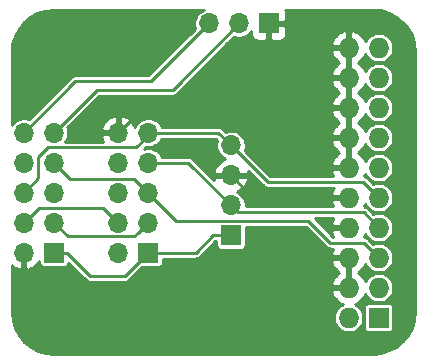
<source format=gbr>
G04 #@! TF.GenerationSoftware,KiCad,Pcbnew,5.1.5-52549c5~84~ubuntu18.04.1*
G04 #@! TF.CreationDate,2020-02-29T23:35:11+08:00*
G04 #@! TF.ProjectId,adapter_20p,61646170-7465-4725-9f32-30702e6b6963,rev?*
G04 #@! TF.SameCoordinates,Original*
G04 #@! TF.FileFunction,Copper,L1,Top*
G04 #@! TF.FilePolarity,Positive*
%FSLAX46Y46*%
G04 Gerber Fmt 4.6, Leading zero omitted, Abs format (unit mm)*
G04 Created by KiCad (PCBNEW 5.1.5-52549c5~84~ubuntu18.04.1) date 2020-02-29 23:35:11*
%MOMM*%
%LPD*%
G04 APERTURE LIST*
%ADD10O,1.700000X1.700000*%
%ADD11R,1.700000X1.700000*%
%ADD12O,1.727200X1.727200*%
%ADD13R,1.727200X1.727200*%
%ADD14C,0.800000*%
%ADD15C,0.250000*%
%ADD16C,0.254000*%
G04 APERTURE END LIST*
D10*
X131460000Y-62840000D03*
X134000000Y-62840000D03*
X131460000Y-65380000D03*
X134000000Y-65380000D03*
X131460000Y-67920000D03*
X134000000Y-67920000D03*
X131460000Y-70460000D03*
X134000000Y-70460000D03*
X131460000Y-73000000D03*
D11*
X134000000Y-73000000D03*
D10*
X149000000Y-63920000D03*
X149000000Y-66460000D03*
X149000000Y-69000000D03*
D11*
X149000000Y-71540000D03*
D10*
X139460000Y-62840000D03*
X142000000Y-62840000D03*
X139460000Y-65380000D03*
X142000000Y-65380000D03*
X139460000Y-67920000D03*
X142000000Y-67920000D03*
X139460000Y-70460000D03*
X142000000Y-70460000D03*
X139460000Y-73000000D03*
D11*
X142000000Y-73000000D03*
D10*
X147120000Y-53600000D03*
X149660000Y-53600000D03*
D11*
X152200000Y-53600000D03*
D12*
X158960000Y-55640000D03*
X161500000Y-55640000D03*
X158960000Y-58180000D03*
X161500000Y-58180000D03*
X158960000Y-60720000D03*
X161500000Y-60720000D03*
X158960000Y-63260000D03*
X161500000Y-63260000D03*
X158960000Y-65800000D03*
X161500000Y-65800000D03*
X158960000Y-68340000D03*
X161500000Y-68340000D03*
X158960000Y-70880000D03*
X161500000Y-70880000D03*
X158960000Y-73420000D03*
X161500000Y-73420000D03*
X158960000Y-75960000D03*
X161500000Y-75960000D03*
X158960000Y-78500000D03*
D13*
X161500000Y-78500000D03*
D14*
X133000000Y-60000000D03*
D15*
X131460000Y-62840000D02*
X135800000Y-58500000D01*
X142220000Y-58500000D02*
X147120000Y-53600000D01*
X135800000Y-58500000D02*
X142220000Y-58500000D01*
X134000000Y-62840000D02*
X137640000Y-59200000D01*
X144060000Y-59200000D02*
X149660000Y-53600000D01*
X137640000Y-59200000D02*
X144060000Y-59200000D01*
X141150001Y-67070001D02*
X142000000Y-67920000D01*
X140824999Y-66744999D02*
X141150001Y-67070001D01*
X135364999Y-66744999D02*
X140824999Y-66744999D01*
X134000000Y-65380000D02*
X135364999Y-66744999D01*
X142000000Y-67920000D02*
X144380000Y-70300000D01*
X144380000Y-70300000D02*
X155550000Y-70300000D01*
X155550000Y-70300000D02*
X157400000Y-72150000D01*
X160230000Y-72150000D02*
X161500000Y-73420000D01*
X157400000Y-72150000D02*
X160230000Y-72150000D01*
X142000000Y-63100000D02*
X142000000Y-62840000D01*
X141000000Y-64100000D02*
X142000000Y-63100000D01*
X133540998Y-64100000D02*
X141000000Y-64100000D01*
X132700000Y-64940998D02*
X133540998Y-64100000D01*
X131460000Y-67920000D02*
X132700000Y-66680000D01*
X132700000Y-66680000D02*
X132700000Y-64940998D01*
X147920000Y-62840000D02*
X149000000Y-63920000D01*
X142000000Y-62840000D02*
X147920000Y-62840000D01*
X149000000Y-63920000D02*
X152130000Y-67050000D01*
X160210000Y-67050000D02*
X161500000Y-68340000D01*
X152130000Y-67050000D02*
X160210000Y-67050000D01*
X145380000Y-65380000D02*
X149000000Y-69000000D01*
X142000000Y-65380000D02*
X145380000Y-65380000D01*
X149600000Y-69600000D02*
X149000000Y-69000000D01*
X161500000Y-70880000D02*
X160220000Y-69600000D01*
X160220000Y-69600000D02*
X149600000Y-69600000D01*
X131460000Y-70460000D02*
X132720000Y-69200000D01*
X138200000Y-69200000D02*
X139460000Y-70460000D01*
X132720000Y-69200000D02*
X138200000Y-69200000D01*
X141150001Y-71309999D02*
X142000000Y-70460000D01*
X140824999Y-71635001D02*
X141150001Y-71309999D01*
X135175001Y-71635001D02*
X140824999Y-71635001D01*
X134000000Y-70460000D02*
X135175001Y-71635001D01*
X158960000Y-75960000D02*
X158960000Y-73420000D01*
X158960000Y-63260000D02*
X158960000Y-65800000D01*
X150880000Y-68340000D02*
X158960000Y-68340000D01*
X149000000Y-66460000D02*
X150880000Y-68340000D01*
X141580000Y-60720000D02*
X158960000Y-60720000D01*
X139460000Y-62840000D02*
X141580000Y-60720000D01*
X133217919Y-75960000D02*
X157738686Y-75960000D01*
X131460000Y-74202081D02*
X133217919Y-75960000D01*
X157738686Y-75960000D02*
X158960000Y-75960000D01*
X131460000Y-73000000D02*
X131460000Y-74202081D01*
X135100000Y-73000000D02*
X137100000Y-75000000D01*
X134000000Y-73000000D02*
X135100000Y-73000000D01*
X137100000Y-75000000D02*
X140000000Y-75000000D01*
X140000000Y-75000000D02*
X142000000Y-73000000D01*
X142000000Y-73000000D02*
X146000000Y-73000000D01*
X147460000Y-71540000D02*
X149000000Y-71540000D01*
X146000000Y-73000000D02*
X147460000Y-71540000D01*
D16*
G36*
X161692819Y-52500998D02*
G01*
X162359257Y-52702208D01*
X162973911Y-53029026D01*
X163513384Y-53469009D01*
X163957123Y-54005398D01*
X164288225Y-54617760D01*
X164494079Y-55282768D01*
X164568982Y-55995414D01*
X164569000Y-56000634D01*
X164569001Y-77978911D01*
X164499002Y-78692819D01*
X164297793Y-79359255D01*
X163970975Y-79973911D01*
X163530989Y-80513386D01*
X162994602Y-80957123D01*
X162382245Y-81288223D01*
X161717232Y-81494079D01*
X161004586Y-81568982D01*
X160999367Y-81569000D01*
X134021079Y-81569000D01*
X133307181Y-81499002D01*
X132640745Y-81297793D01*
X132026089Y-80970975D01*
X131486614Y-80530989D01*
X131042877Y-79994602D01*
X130711777Y-79382245D01*
X130505921Y-78717232D01*
X130431018Y-78004586D01*
X130431000Y-77999367D01*
X130431000Y-74062093D01*
X130578645Y-74195178D01*
X130828748Y-74344157D01*
X131103109Y-74441481D01*
X131333000Y-74320814D01*
X131333000Y-73127000D01*
X131313000Y-73127000D01*
X131313000Y-72873000D01*
X131333000Y-72873000D01*
X131333000Y-72853000D01*
X131587000Y-72853000D01*
X131587000Y-72873000D01*
X131607000Y-72873000D01*
X131607000Y-73127000D01*
X131587000Y-73127000D01*
X131587000Y-74320814D01*
X131816891Y-74441481D01*
X132091252Y-74344157D01*
X132341355Y-74195178D01*
X132557588Y-74000269D01*
X132731641Y-73766920D01*
X132767157Y-73692355D01*
X132767157Y-73850000D01*
X132774513Y-73924689D01*
X132796299Y-73996508D01*
X132831678Y-74062696D01*
X132879289Y-74120711D01*
X132937304Y-74168322D01*
X133003492Y-74203701D01*
X133075311Y-74225487D01*
X133150000Y-74232843D01*
X134850000Y-74232843D01*
X134924689Y-74225487D01*
X134996508Y-74203701D01*
X135062696Y-74168322D01*
X135120711Y-74120711D01*
X135168322Y-74062696D01*
X135203701Y-73996508D01*
X135225487Y-73924689D01*
X135232843Y-73850000D01*
X135232843Y-73848434D01*
X136724628Y-75340220D01*
X136740473Y-75359527D01*
X136817521Y-75422759D01*
X136905425Y-75469745D01*
X137000806Y-75498678D01*
X137010694Y-75499652D01*
X137075146Y-75506000D01*
X137075153Y-75506000D01*
X137099999Y-75508447D01*
X137124845Y-75506000D01*
X139975154Y-75506000D01*
X140000000Y-75508447D01*
X140024846Y-75506000D01*
X140024854Y-75506000D01*
X140099193Y-75498678D01*
X140194575Y-75469745D01*
X140282479Y-75422759D01*
X140359527Y-75359527D01*
X140375376Y-75340215D01*
X141482749Y-74232843D01*
X142850000Y-74232843D01*
X142924689Y-74225487D01*
X142996508Y-74203701D01*
X143062696Y-74168322D01*
X143120711Y-74120711D01*
X143168322Y-74062696D01*
X143203701Y-73996508D01*
X143225487Y-73924689D01*
X143232843Y-73850000D01*
X143232843Y-73779026D01*
X157505042Y-73779026D01*
X157550778Y-73929814D01*
X157677316Y-74194944D01*
X157853146Y-74430293D01*
X158071512Y-74626817D01*
X158177770Y-74690000D01*
X158071512Y-74753183D01*
X157853146Y-74949707D01*
X157677316Y-75185056D01*
X157550778Y-75450186D01*
X157505042Y-75600974D01*
X157626183Y-75833000D01*
X158833000Y-75833000D01*
X158833000Y-73547000D01*
X157626183Y-73547000D01*
X157505042Y-73779026D01*
X143232843Y-73779026D01*
X143232843Y-73506000D01*
X145975154Y-73506000D01*
X146000000Y-73508447D01*
X146024846Y-73506000D01*
X146024854Y-73506000D01*
X146099193Y-73498678D01*
X146194575Y-73469745D01*
X146282479Y-73422759D01*
X146359527Y-73359527D01*
X146375376Y-73340215D01*
X147669592Y-72046000D01*
X147767157Y-72046000D01*
X147767157Y-72390000D01*
X147774513Y-72464689D01*
X147796299Y-72536508D01*
X147831678Y-72602696D01*
X147879289Y-72660711D01*
X147937304Y-72708322D01*
X148003492Y-72743701D01*
X148075311Y-72765487D01*
X148150000Y-72772843D01*
X149850000Y-72772843D01*
X149924689Y-72765487D01*
X149996508Y-72743701D01*
X150062696Y-72708322D01*
X150120711Y-72660711D01*
X150168322Y-72602696D01*
X150203701Y-72536508D01*
X150225487Y-72464689D01*
X150232843Y-72390000D01*
X150232843Y-70806000D01*
X155340409Y-70806000D01*
X157024628Y-72490220D01*
X157040473Y-72509527D01*
X157117521Y-72572759D01*
X157173529Y-72602696D01*
X157205425Y-72619745D01*
X157300806Y-72648678D01*
X157310694Y-72649652D01*
X157375146Y-72656000D01*
X157375153Y-72656000D01*
X157399999Y-72658447D01*
X157424845Y-72656000D01*
X157672093Y-72656000D01*
X157550778Y-72910186D01*
X157505042Y-73060974D01*
X157626183Y-73293000D01*
X158833000Y-73293000D01*
X158833000Y-73273000D01*
X159087000Y-73273000D01*
X159087000Y-73293000D01*
X159107000Y-73293000D01*
X159107000Y-73547000D01*
X159087000Y-73547000D01*
X159087000Y-75833000D01*
X159107000Y-75833000D01*
X159107000Y-76087000D01*
X159087000Y-76087000D01*
X159087000Y-76107000D01*
X158833000Y-76107000D01*
X158833000Y-76087000D01*
X157626183Y-76087000D01*
X157505042Y-76319026D01*
X157550778Y-76469814D01*
X157677316Y-76734944D01*
X157853146Y-76970293D01*
X158071512Y-77166817D01*
X158324022Y-77316964D01*
X158453336Y-77362722D01*
X158370461Y-77397050D01*
X158166614Y-77533256D01*
X157993256Y-77706614D01*
X157857050Y-77910461D01*
X157763229Y-78136964D01*
X157715400Y-78377418D01*
X157715400Y-78622582D01*
X157763229Y-78863036D01*
X157857050Y-79089539D01*
X157993256Y-79293386D01*
X158166614Y-79466744D01*
X158370461Y-79602950D01*
X158596964Y-79696771D01*
X158837418Y-79744600D01*
X159082582Y-79744600D01*
X159323036Y-79696771D01*
X159549539Y-79602950D01*
X159753386Y-79466744D01*
X159926744Y-79293386D01*
X160062950Y-79089539D01*
X160156771Y-78863036D01*
X160204600Y-78622582D01*
X160204600Y-78377418D01*
X160156771Y-78136964D01*
X160062950Y-77910461D01*
X159926744Y-77706614D01*
X159856530Y-77636400D01*
X160253557Y-77636400D01*
X160253557Y-79363600D01*
X160260913Y-79438289D01*
X160282699Y-79510108D01*
X160318078Y-79576296D01*
X160365689Y-79634311D01*
X160423704Y-79681922D01*
X160489892Y-79717301D01*
X160561711Y-79739087D01*
X160636400Y-79746443D01*
X162363600Y-79746443D01*
X162438289Y-79739087D01*
X162510108Y-79717301D01*
X162576296Y-79681922D01*
X162634311Y-79634311D01*
X162681922Y-79576296D01*
X162717301Y-79510108D01*
X162739087Y-79438289D01*
X162746443Y-79363600D01*
X162746443Y-77636400D01*
X162739087Y-77561711D01*
X162717301Y-77489892D01*
X162681922Y-77423704D01*
X162634311Y-77365689D01*
X162576296Y-77318078D01*
X162510108Y-77282699D01*
X162438289Y-77260913D01*
X162363600Y-77253557D01*
X160636400Y-77253557D01*
X160561711Y-77260913D01*
X160489892Y-77282699D01*
X160423704Y-77318078D01*
X160365689Y-77365689D01*
X160318078Y-77423704D01*
X160282699Y-77489892D01*
X160260913Y-77561711D01*
X160253557Y-77636400D01*
X159856530Y-77636400D01*
X159753386Y-77533256D01*
X159549539Y-77397050D01*
X159466664Y-77362722D01*
X159595978Y-77316964D01*
X159848488Y-77166817D01*
X160066854Y-76970293D01*
X160242684Y-76734944D01*
X160366441Y-76475642D01*
X160397050Y-76549539D01*
X160533256Y-76753386D01*
X160706614Y-76926744D01*
X160910461Y-77062950D01*
X161136964Y-77156771D01*
X161377418Y-77204600D01*
X161622582Y-77204600D01*
X161863036Y-77156771D01*
X162089539Y-77062950D01*
X162293386Y-76926744D01*
X162466744Y-76753386D01*
X162602950Y-76549539D01*
X162696771Y-76323036D01*
X162744600Y-76082582D01*
X162744600Y-75837418D01*
X162696771Y-75596964D01*
X162602950Y-75370461D01*
X162466744Y-75166614D01*
X162293386Y-74993256D01*
X162089539Y-74857050D01*
X161863036Y-74763229D01*
X161622582Y-74715400D01*
X161377418Y-74715400D01*
X161136964Y-74763229D01*
X160910461Y-74857050D01*
X160706614Y-74993256D01*
X160533256Y-75166614D01*
X160397050Y-75370461D01*
X160366441Y-75444358D01*
X160242684Y-75185056D01*
X160066854Y-74949707D01*
X159848488Y-74753183D01*
X159742230Y-74690000D01*
X159848488Y-74626817D01*
X160066854Y-74430293D01*
X160242684Y-74194944D01*
X160366441Y-73935642D01*
X160397050Y-74009539D01*
X160533256Y-74213386D01*
X160706614Y-74386744D01*
X160910461Y-74522950D01*
X161136964Y-74616771D01*
X161377418Y-74664600D01*
X161622582Y-74664600D01*
X161863036Y-74616771D01*
X162089539Y-74522950D01*
X162293386Y-74386744D01*
X162466744Y-74213386D01*
X162602950Y-74009539D01*
X162696771Y-73783036D01*
X162744600Y-73542582D01*
X162744600Y-73297418D01*
X162696771Y-73056964D01*
X162602950Y-72830461D01*
X162466744Y-72626614D01*
X162293386Y-72453256D01*
X162089539Y-72317050D01*
X161863036Y-72223229D01*
X161622582Y-72175400D01*
X161377418Y-72175400D01*
X161136964Y-72223229D01*
X161053424Y-72257833D01*
X160605376Y-71809785D01*
X160589527Y-71790473D01*
X160512479Y-71727241D01*
X160424575Y-71680255D01*
X160329193Y-71651322D01*
X160254854Y-71644000D01*
X160254846Y-71644000D01*
X160248219Y-71643347D01*
X160366441Y-71395642D01*
X160397050Y-71469539D01*
X160533256Y-71673386D01*
X160706614Y-71846744D01*
X160910461Y-71982950D01*
X161136964Y-72076771D01*
X161377418Y-72124600D01*
X161622582Y-72124600D01*
X161863036Y-72076771D01*
X162089539Y-71982950D01*
X162293386Y-71846744D01*
X162466744Y-71673386D01*
X162602950Y-71469539D01*
X162696771Y-71243036D01*
X162744600Y-71002582D01*
X162744600Y-70757418D01*
X162696771Y-70516964D01*
X162602950Y-70290461D01*
X162466744Y-70086614D01*
X162293386Y-69913256D01*
X162089539Y-69777050D01*
X161863036Y-69683229D01*
X161622582Y-69635400D01*
X161377418Y-69635400D01*
X161136964Y-69683229D01*
X161053424Y-69717833D01*
X160595376Y-69259785D01*
X160579527Y-69240473D01*
X160502479Y-69177241D01*
X160414575Y-69130255D01*
X160319193Y-69101322D01*
X160252329Y-69094736D01*
X160366441Y-68855642D01*
X160397050Y-68929539D01*
X160533256Y-69133386D01*
X160706614Y-69306744D01*
X160910461Y-69442950D01*
X161136964Y-69536771D01*
X161377418Y-69584600D01*
X161622582Y-69584600D01*
X161863036Y-69536771D01*
X162089539Y-69442950D01*
X162293386Y-69306744D01*
X162466744Y-69133386D01*
X162602950Y-68929539D01*
X162696771Y-68703036D01*
X162744600Y-68462582D01*
X162744600Y-68217418D01*
X162696771Y-67976964D01*
X162602950Y-67750461D01*
X162466744Y-67546614D01*
X162293386Y-67373256D01*
X162089539Y-67237050D01*
X161863036Y-67143229D01*
X161622582Y-67095400D01*
X161377418Y-67095400D01*
X161136964Y-67143229D01*
X161053424Y-67177833D01*
X160585376Y-66709785D01*
X160569527Y-66690473D01*
X160492479Y-66627241D01*
X160404575Y-66580255D01*
X160309193Y-66551322D01*
X160256438Y-66546126D01*
X160366441Y-66315642D01*
X160397050Y-66389539D01*
X160533256Y-66593386D01*
X160706614Y-66766744D01*
X160910461Y-66902950D01*
X161136964Y-66996771D01*
X161377418Y-67044600D01*
X161622582Y-67044600D01*
X161863036Y-66996771D01*
X162089539Y-66902950D01*
X162293386Y-66766744D01*
X162466744Y-66593386D01*
X162602950Y-66389539D01*
X162696771Y-66163036D01*
X162744600Y-65922582D01*
X162744600Y-65677418D01*
X162696771Y-65436964D01*
X162602950Y-65210461D01*
X162466744Y-65006614D01*
X162293386Y-64833256D01*
X162089539Y-64697050D01*
X161863036Y-64603229D01*
X161622582Y-64555400D01*
X161377418Y-64555400D01*
X161136964Y-64603229D01*
X160910461Y-64697050D01*
X160706614Y-64833256D01*
X160533256Y-65006614D01*
X160397050Y-65210461D01*
X160366441Y-65284358D01*
X160242684Y-65025056D01*
X160066854Y-64789707D01*
X159848488Y-64593183D01*
X159742230Y-64530000D01*
X159848488Y-64466817D01*
X160066854Y-64270293D01*
X160242684Y-64034944D01*
X160366441Y-63775642D01*
X160397050Y-63849539D01*
X160533256Y-64053386D01*
X160706614Y-64226744D01*
X160910461Y-64362950D01*
X161136964Y-64456771D01*
X161377418Y-64504600D01*
X161622582Y-64504600D01*
X161863036Y-64456771D01*
X162089539Y-64362950D01*
X162293386Y-64226744D01*
X162466744Y-64053386D01*
X162602950Y-63849539D01*
X162696771Y-63623036D01*
X162744600Y-63382582D01*
X162744600Y-63137418D01*
X162696771Y-62896964D01*
X162602950Y-62670461D01*
X162466744Y-62466614D01*
X162293386Y-62293256D01*
X162089539Y-62157050D01*
X161863036Y-62063229D01*
X161622582Y-62015400D01*
X161377418Y-62015400D01*
X161136964Y-62063229D01*
X160910461Y-62157050D01*
X160706614Y-62293256D01*
X160533256Y-62466614D01*
X160397050Y-62670461D01*
X160366441Y-62744358D01*
X160242684Y-62485056D01*
X160066854Y-62249707D01*
X159848488Y-62053183D01*
X159742230Y-61990000D01*
X159848488Y-61926817D01*
X160066854Y-61730293D01*
X160242684Y-61494944D01*
X160366441Y-61235642D01*
X160397050Y-61309539D01*
X160533256Y-61513386D01*
X160706614Y-61686744D01*
X160910461Y-61822950D01*
X161136964Y-61916771D01*
X161377418Y-61964600D01*
X161622582Y-61964600D01*
X161863036Y-61916771D01*
X162089539Y-61822950D01*
X162293386Y-61686744D01*
X162466744Y-61513386D01*
X162602950Y-61309539D01*
X162696771Y-61083036D01*
X162744600Y-60842582D01*
X162744600Y-60597418D01*
X162696771Y-60356964D01*
X162602950Y-60130461D01*
X162466744Y-59926614D01*
X162293386Y-59753256D01*
X162089539Y-59617050D01*
X161863036Y-59523229D01*
X161622582Y-59475400D01*
X161377418Y-59475400D01*
X161136964Y-59523229D01*
X160910461Y-59617050D01*
X160706614Y-59753256D01*
X160533256Y-59926614D01*
X160397050Y-60130461D01*
X160366441Y-60204358D01*
X160242684Y-59945056D01*
X160066854Y-59709707D01*
X159848488Y-59513183D01*
X159742230Y-59450000D01*
X159848488Y-59386817D01*
X160066854Y-59190293D01*
X160242684Y-58954944D01*
X160366441Y-58695642D01*
X160397050Y-58769539D01*
X160533256Y-58973386D01*
X160706614Y-59146744D01*
X160910461Y-59282950D01*
X161136964Y-59376771D01*
X161377418Y-59424600D01*
X161622582Y-59424600D01*
X161863036Y-59376771D01*
X162089539Y-59282950D01*
X162293386Y-59146744D01*
X162466744Y-58973386D01*
X162602950Y-58769539D01*
X162696771Y-58543036D01*
X162744600Y-58302582D01*
X162744600Y-58057418D01*
X162696771Y-57816964D01*
X162602950Y-57590461D01*
X162466744Y-57386614D01*
X162293386Y-57213256D01*
X162089539Y-57077050D01*
X161863036Y-56983229D01*
X161622582Y-56935400D01*
X161377418Y-56935400D01*
X161136964Y-56983229D01*
X160910461Y-57077050D01*
X160706614Y-57213256D01*
X160533256Y-57386614D01*
X160397050Y-57590461D01*
X160366441Y-57664358D01*
X160242684Y-57405056D01*
X160066854Y-57169707D01*
X159848488Y-56973183D01*
X159742230Y-56910000D01*
X159848488Y-56846817D01*
X160066854Y-56650293D01*
X160242684Y-56414944D01*
X160366441Y-56155642D01*
X160397050Y-56229539D01*
X160533256Y-56433386D01*
X160706614Y-56606744D01*
X160910461Y-56742950D01*
X161136964Y-56836771D01*
X161377418Y-56884600D01*
X161622582Y-56884600D01*
X161863036Y-56836771D01*
X162089539Y-56742950D01*
X162293386Y-56606744D01*
X162466744Y-56433386D01*
X162602950Y-56229539D01*
X162696771Y-56003036D01*
X162744600Y-55762582D01*
X162744600Y-55517418D01*
X162696771Y-55276964D01*
X162602950Y-55050461D01*
X162466744Y-54846614D01*
X162293386Y-54673256D01*
X162089539Y-54537050D01*
X161863036Y-54443229D01*
X161622582Y-54395400D01*
X161377418Y-54395400D01*
X161136964Y-54443229D01*
X160910461Y-54537050D01*
X160706614Y-54673256D01*
X160533256Y-54846614D01*
X160397050Y-55050461D01*
X160366441Y-55124358D01*
X160242684Y-54865056D01*
X160066854Y-54629707D01*
X159848488Y-54433183D01*
X159595978Y-54283036D01*
X159319027Y-54185037D01*
X159087000Y-54305536D01*
X159087000Y-55513000D01*
X159107000Y-55513000D01*
X159107000Y-55767000D01*
X159087000Y-55767000D01*
X159087000Y-58053000D01*
X159107000Y-58053000D01*
X159107000Y-58307000D01*
X159087000Y-58307000D01*
X159087000Y-60593000D01*
X159107000Y-60593000D01*
X159107000Y-60847000D01*
X159087000Y-60847000D01*
X159087000Y-63133000D01*
X159107000Y-63133000D01*
X159107000Y-63387000D01*
X159087000Y-63387000D01*
X159087000Y-65673000D01*
X159107000Y-65673000D01*
X159107000Y-65927000D01*
X159087000Y-65927000D01*
X159087000Y-65947000D01*
X158833000Y-65947000D01*
X158833000Y-65927000D01*
X157626183Y-65927000D01*
X157505042Y-66159026D01*
X157550778Y-66309814D01*
X157662547Y-66544000D01*
X152339592Y-66544000D01*
X150151758Y-64356167D01*
X150183693Y-64279069D01*
X150231000Y-64041243D01*
X150231000Y-63798757D01*
X150195249Y-63619026D01*
X157505042Y-63619026D01*
X157550778Y-63769814D01*
X157677316Y-64034944D01*
X157853146Y-64270293D01*
X158071512Y-64466817D01*
X158177770Y-64530000D01*
X158071512Y-64593183D01*
X157853146Y-64789707D01*
X157677316Y-65025056D01*
X157550778Y-65290186D01*
X157505042Y-65440974D01*
X157626183Y-65673000D01*
X158833000Y-65673000D01*
X158833000Y-63387000D01*
X157626183Y-63387000D01*
X157505042Y-63619026D01*
X150195249Y-63619026D01*
X150183693Y-63560931D01*
X150090898Y-63336903D01*
X149956180Y-63135283D01*
X149784717Y-62963820D01*
X149583097Y-62829102D01*
X149359069Y-62736307D01*
X149121243Y-62689000D01*
X148878757Y-62689000D01*
X148640931Y-62736307D01*
X148563833Y-62768242D01*
X148295376Y-62499785D01*
X148279527Y-62480473D01*
X148202479Y-62417241D01*
X148114575Y-62370255D01*
X148019193Y-62341322D01*
X147944854Y-62334000D01*
X147944846Y-62334000D01*
X147920000Y-62331553D01*
X147895154Y-62334000D01*
X143122832Y-62334000D01*
X143090898Y-62256903D01*
X142956180Y-62055283D01*
X142784717Y-61883820D01*
X142583097Y-61749102D01*
X142359069Y-61656307D01*
X142121243Y-61609000D01*
X141878757Y-61609000D01*
X141640931Y-61656307D01*
X141416903Y-61749102D01*
X141215283Y-61883820D01*
X141043820Y-62055283D01*
X140909102Y-62256903D01*
X140865091Y-62363154D01*
X140856825Y-62335901D01*
X140731641Y-62073080D01*
X140557588Y-61839731D01*
X140341355Y-61644822D01*
X140091252Y-61495843D01*
X139816891Y-61398519D01*
X139587000Y-61519186D01*
X139587000Y-62713000D01*
X139607000Y-62713000D01*
X139607000Y-62967000D01*
X139587000Y-62967000D01*
X139587000Y-62987000D01*
X139333000Y-62987000D01*
X139333000Y-62967000D01*
X138139845Y-62967000D01*
X138018524Y-63196890D01*
X138063175Y-63344099D01*
X138182205Y-63594000D01*
X134976704Y-63594000D01*
X135090898Y-63423097D01*
X135183693Y-63199069D01*
X135231000Y-62961243D01*
X135231000Y-62718757D01*
X135184127Y-62483110D01*
X138018524Y-62483110D01*
X138139845Y-62713000D01*
X139333000Y-62713000D01*
X139333000Y-61519186D01*
X139103109Y-61398519D01*
X138828748Y-61495843D01*
X138578645Y-61644822D01*
X138362412Y-61839731D01*
X138188359Y-62073080D01*
X138063175Y-62335901D01*
X138018524Y-62483110D01*
X135184127Y-62483110D01*
X135183693Y-62480931D01*
X135151758Y-62403833D01*
X136476565Y-61079026D01*
X157505042Y-61079026D01*
X157550778Y-61229814D01*
X157677316Y-61494944D01*
X157853146Y-61730293D01*
X158071512Y-61926817D01*
X158177770Y-61990000D01*
X158071512Y-62053183D01*
X157853146Y-62249707D01*
X157677316Y-62485056D01*
X157550778Y-62750186D01*
X157505042Y-62900974D01*
X157626183Y-63133000D01*
X158833000Y-63133000D01*
X158833000Y-60847000D01*
X157626183Y-60847000D01*
X157505042Y-61079026D01*
X136476565Y-61079026D01*
X137849592Y-59706000D01*
X144035154Y-59706000D01*
X144060000Y-59708447D01*
X144084846Y-59706000D01*
X144084854Y-59706000D01*
X144159193Y-59698678D01*
X144254575Y-59669745D01*
X144342479Y-59622759D01*
X144419527Y-59559527D01*
X144435376Y-59540215D01*
X145436565Y-58539026D01*
X157505042Y-58539026D01*
X157550778Y-58689814D01*
X157677316Y-58954944D01*
X157853146Y-59190293D01*
X158071512Y-59386817D01*
X158177770Y-59450000D01*
X158071512Y-59513183D01*
X157853146Y-59709707D01*
X157677316Y-59945056D01*
X157550778Y-60210186D01*
X157505042Y-60360974D01*
X157626183Y-60593000D01*
X158833000Y-60593000D01*
X158833000Y-58307000D01*
X157626183Y-58307000D01*
X157505042Y-58539026D01*
X145436565Y-58539026D01*
X147976565Y-55999026D01*
X157505042Y-55999026D01*
X157550778Y-56149814D01*
X157677316Y-56414944D01*
X157853146Y-56650293D01*
X158071512Y-56846817D01*
X158177770Y-56910000D01*
X158071512Y-56973183D01*
X157853146Y-57169707D01*
X157677316Y-57405056D01*
X157550778Y-57670186D01*
X157505042Y-57820974D01*
X157626183Y-58053000D01*
X158833000Y-58053000D01*
X158833000Y-55767000D01*
X157626183Y-55767000D01*
X157505042Y-55999026D01*
X147976565Y-55999026D01*
X148694617Y-55280974D01*
X157505042Y-55280974D01*
X157626183Y-55513000D01*
X158833000Y-55513000D01*
X158833000Y-54305536D01*
X158600973Y-54185037D01*
X158324022Y-54283036D01*
X158071512Y-54433183D01*
X157853146Y-54629707D01*
X157677316Y-54865056D01*
X157550778Y-55130186D01*
X157505042Y-55280974D01*
X148694617Y-55280974D01*
X149223834Y-54751758D01*
X149300931Y-54783693D01*
X149538757Y-54831000D01*
X149781243Y-54831000D01*
X150019069Y-54783693D01*
X150243097Y-54690898D01*
X150444717Y-54556180D01*
X150616180Y-54384717D01*
X150713073Y-54239706D01*
X150711928Y-54450000D01*
X150724188Y-54574482D01*
X150760498Y-54694180D01*
X150819463Y-54804494D01*
X150898815Y-54901185D01*
X150995506Y-54980537D01*
X151105820Y-55039502D01*
X151225518Y-55075812D01*
X151350000Y-55088072D01*
X151914250Y-55085000D01*
X152073000Y-54926250D01*
X152073000Y-53727000D01*
X152327000Y-53727000D01*
X152327000Y-54926250D01*
X152485750Y-55085000D01*
X153050000Y-55088072D01*
X153174482Y-55075812D01*
X153294180Y-55039502D01*
X153404494Y-54980537D01*
X153501185Y-54901185D01*
X153580537Y-54804494D01*
X153639502Y-54694180D01*
X153675812Y-54574482D01*
X153688072Y-54450000D01*
X153685000Y-53885750D01*
X153526250Y-53727000D01*
X152327000Y-53727000D01*
X152073000Y-53727000D01*
X152053000Y-53727000D01*
X152053000Y-53473000D01*
X152073000Y-53473000D01*
X152073000Y-53453000D01*
X152327000Y-53453000D01*
X152327000Y-53473000D01*
X153526250Y-53473000D01*
X153685000Y-53314250D01*
X153688072Y-52750000D01*
X153675812Y-52625518D01*
X153639502Y-52505820D01*
X153599509Y-52431000D01*
X160978921Y-52431000D01*
X161692819Y-52500998D01*
G37*
X161692819Y-52500998D02*
X162359257Y-52702208D01*
X162973911Y-53029026D01*
X163513384Y-53469009D01*
X163957123Y-54005398D01*
X164288225Y-54617760D01*
X164494079Y-55282768D01*
X164568982Y-55995414D01*
X164569000Y-56000634D01*
X164569001Y-77978911D01*
X164499002Y-78692819D01*
X164297793Y-79359255D01*
X163970975Y-79973911D01*
X163530989Y-80513386D01*
X162994602Y-80957123D01*
X162382245Y-81288223D01*
X161717232Y-81494079D01*
X161004586Y-81568982D01*
X160999367Y-81569000D01*
X134021079Y-81569000D01*
X133307181Y-81499002D01*
X132640745Y-81297793D01*
X132026089Y-80970975D01*
X131486614Y-80530989D01*
X131042877Y-79994602D01*
X130711777Y-79382245D01*
X130505921Y-78717232D01*
X130431018Y-78004586D01*
X130431000Y-77999367D01*
X130431000Y-74062093D01*
X130578645Y-74195178D01*
X130828748Y-74344157D01*
X131103109Y-74441481D01*
X131333000Y-74320814D01*
X131333000Y-73127000D01*
X131313000Y-73127000D01*
X131313000Y-72873000D01*
X131333000Y-72873000D01*
X131333000Y-72853000D01*
X131587000Y-72853000D01*
X131587000Y-72873000D01*
X131607000Y-72873000D01*
X131607000Y-73127000D01*
X131587000Y-73127000D01*
X131587000Y-74320814D01*
X131816891Y-74441481D01*
X132091252Y-74344157D01*
X132341355Y-74195178D01*
X132557588Y-74000269D01*
X132731641Y-73766920D01*
X132767157Y-73692355D01*
X132767157Y-73850000D01*
X132774513Y-73924689D01*
X132796299Y-73996508D01*
X132831678Y-74062696D01*
X132879289Y-74120711D01*
X132937304Y-74168322D01*
X133003492Y-74203701D01*
X133075311Y-74225487D01*
X133150000Y-74232843D01*
X134850000Y-74232843D01*
X134924689Y-74225487D01*
X134996508Y-74203701D01*
X135062696Y-74168322D01*
X135120711Y-74120711D01*
X135168322Y-74062696D01*
X135203701Y-73996508D01*
X135225487Y-73924689D01*
X135232843Y-73850000D01*
X135232843Y-73848434D01*
X136724628Y-75340220D01*
X136740473Y-75359527D01*
X136817521Y-75422759D01*
X136905425Y-75469745D01*
X137000806Y-75498678D01*
X137010694Y-75499652D01*
X137075146Y-75506000D01*
X137075153Y-75506000D01*
X137099999Y-75508447D01*
X137124845Y-75506000D01*
X139975154Y-75506000D01*
X140000000Y-75508447D01*
X140024846Y-75506000D01*
X140024854Y-75506000D01*
X140099193Y-75498678D01*
X140194575Y-75469745D01*
X140282479Y-75422759D01*
X140359527Y-75359527D01*
X140375376Y-75340215D01*
X141482749Y-74232843D01*
X142850000Y-74232843D01*
X142924689Y-74225487D01*
X142996508Y-74203701D01*
X143062696Y-74168322D01*
X143120711Y-74120711D01*
X143168322Y-74062696D01*
X143203701Y-73996508D01*
X143225487Y-73924689D01*
X143232843Y-73850000D01*
X143232843Y-73779026D01*
X157505042Y-73779026D01*
X157550778Y-73929814D01*
X157677316Y-74194944D01*
X157853146Y-74430293D01*
X158071512Y-74626817D01*
X158177770Y-74690000D01*
X158071512Y-74753183D01*
X157853146Y-74949707D01*
X157677316Y-75185056D01*
X157550778Y-75450186D01*
X157505042Y-75600974D01*
X157626183Y-75833000D01*
X158833000Y-75833000D01*
X158833000Y-73547000D01*
X157626183Y-73547000D01*
X157505042Y-73779026D01*
X143232843Y-73779026D01*
X143232843Y-73506000D01*
X145975154Y-73506000D01*
X146000000Y-73508447D01*
X146024846Y-73506000D01*
X146024854Y-73506000D01*
X146099193Y-73498678D01*
X146194575Y-73469745D01*
X146282479Y-73422759D01*
X146359527Y-73359527D01*
X146375376Y-73340215D01*
X147669592Y-72046000D01*
X147767157Y-72046000D01*
X147767157Y-72390000D01*
X147774513Y-72464689D01*
X147796299Y-72536508D01*
X147831678Y-72602696D01*
X147879289Y-72660711D01*
X147937304Y-72708322D01*
X148003492Y-72743701D01*
X148075311Y-72765487D01*
X148150000Y-72772843D01*
X149850000Y-72772843D01*
X149924689Y-72765487D01*
X149996508Y-72743701D01*
X150062696Y-72708322D01*
X150120711Y-72660711D01*
X150168322Y-72602696D01*
X150203701Y-72536508D01*
X150225487Y-72464689D01*
X150232843Y-72390000D01*
X150232843Y-70806000D01*
X155340409Y-70806000D01*
X157024628Y-72490220D01*
X157040473Y-72509527D01*
X157117521Y-72572759D01*
X157173529Y-72602696D01*
X157205425Y-72619745D01*
X157300806Y-72648678D01*
X157310694Y-72649652D01*
X157375146Y-72656000D01*
X157375153Y-72656000D01*
X157399999Y-72658447D01*
X157424845Y-72656000D01*
X157672093Y-72656000D01*
X157550778Y-72910186D01*
X157505042Y-73060974D01*
X157626183Y-73293000D01*
X158833000Y-73293000D01*
X158833000Y-73273000D01*
X159087000Y-73273000D01*
X159087000Y-73293000D01*
X159107000Y-73293000D01*
X159107000Y-73547000D01*
X159087000Y-73547000D01*
X159087000Y-75833000D01*
X159107000Y-75833000D01*
X159107000Y-76087000D01*
X159087000Y-76087000D01*
X159087000Y-76107000D01*
X158833000Y-76107000D01*
X158833000Y-76087000D01*
X157626183Y-76087000D01*
X157505042Y-76319026D01*
X157550778Y-76469814D01*
X157677316Y-76734944D01*
X157853146Y-76970293D01*
X158071512Y-77166817D01*
X158324022Y-77316964D01*
X158453336Y-77362722D01*
X158370461Y-77397050D01*
X158166614Y-77533256D01*
X157993256Y-77706614D01*
X157857050Y-77910461D01*
X157763229Y-78136964D01*
X157715400Y-78377418D01*
X157715400Y-78622582D01*
X157763229Y-78863036D01*
X157857050Y-79089539D01*
X157993256Y-79293386D01*
X158166614Y-79466744D01*
X158370461Y-79602950D01*
X158596964Y-79696771D01*
X158837418Y-79744600D01*
X159082582Y-79744600D01*
X159323036Y-79696771D01*
X159549539Y-79602950D01*
X159753386Y-79466744D01*
X159926744Y-79293386D01*
X160062950Y-79089539D01*
X160156771Y-78863036D01*
X160204600Y-78622582D01*
X160204600Y-78377418D01*
X160156771Y-78136964D01*
X160062950Y-77910461D01*
X159926744Y-77706614D01*
X159856530Y-77636400D01*
X160253557Y-77636400D01*
X160253557Y-79363600D01*
X160260913Y-79438289D01*
X160282699Y-79510108D01*
X160318078Y-79576296D01*
X160365689Y-79634311D01*
X160423704Y-79681922D01*
X160489892Y-79717301D01*
X160561711Y-79739087D01*
X160636400Y-79746443D01*
X162363600Y-79746443D01*
X162438289Y-79739087D01*
X162510108Y-79717301D01*
X162576296Y-79681922D01*
X162634311Y-79634311D01*
X162681922Y-79576296D01*
X162717301Y-79510108D01*
X162739087Y-79438289D01*
X162746443Y-79363600D01*
X162746443Y-77636400D01*
X162739087Y-77561711D01*
X162717301Y-77489892D01*
X162681922Y-77423704D01*
X162634311Y-77365689D01*
X162576296Y-77318078D01*
X162510108Y-77282699D01*
X162438289Y-77260913D01*
X162363600Y-77253557D01*
X160636400Y-77253557D01*
X160561711Y-77260913D01*
X160489892Y-77282699D01*
X160423704Y-77318078D01*
X160365689Y-77365689D01*
X160318078Y-77423704D01*
X160282699Y-77489892D01*
X160260913Y-77561711D01*
X160253557Y-77636400D01*
X159856530Y-77636400D01*
X159753386Y-77533256D01*
X159549539Y-77397050D01*
X159466664Y-77362722D01*
X159595978Y-77316964D01*
X159848488Y-77166817D01*
X160066854Y-76970293D01*
X160242684Y-76734944D01*
X160366441Y-76475642D01*
X160397050Y-76549539D01*
X160533256Y-76753386D01*
X160706614Y-76926744D01*
X160910461Y-77062950D01*
X161136964Y-77156771D01*
X161377418Y-77204600D01*
X161622582Y-77204600D01*
X161863036Y-77156771D01*
X162089539Y-77062950D01*
X162293386Y-76926744D01*
X162466744Y-76753386D01*
X162602950Y-76549539D01*
X162696771Y-76323036D01*
X162744600Y-76082582D01*
X162744600Y-75837418D01*
X162696771Y-75596964D01*
X162602950Y-75370461D01*
X162466744Y-75166614D01*
X162293386Y-74993256D01*
X162089539Y-74857050D01*
X161863036Y-74763229D01*
X161622582Y-74715400D01*
X161377418Y-74715400D01*
X161136964Y-74763229D01*
X160910461Y-74857050D01*
X160706614Y-74993256D01*
X160533256Y-75166614D01*
X160397050Y-75370461D01*
X160366441Y-75444358D01*
X160242684Y-75185056D01*
X160066854Y-74949707D01*
X159848488Y-74753183D01*
X159742230Y-74690000D01*
X159848488Y-74626817D01*
X160066854Y-74430293D01*
X160242684Y-74194944D01*
X160366441Y-73935642D01*
X160397050Y-74009539D01*
X160533256Y-74213386D01*
X160706614Y-74386744D01*
X160910461Y-74522950D01*
X161136964Y-74616771D01*
X161377418Y-74664600D01*
X161622582Y-74664600D01*
X161863036Y-74616771D01*
X162089539Y-74522950D01*
X162293386Y-74386744D01*
X162466744Y-74213386D01*
X162602950Y-74009539D01*
X162696771Y-73783036D01*
X162744600Y-73542582D01*
X162744600Y-73297418D01*
X162696771Y-73056964D01*
X162602950Y-72830461D01*
X162466744Y-72626614D01*
X162293386Y-72453256D01*
X162089539Y-72317050D01*
X161863036Y-72223229D01*
X161622582Y-72175400D01*
X161377418Y-72175400D01*
X161136964Y-72223229D01*
X161053424Y-72257833D01*
X160605376Y-71809785D01*
X160589527Y-71790473D01*
X160512479Y-71727241D01*
X160424575Y-71680255D01*
X160329193Y-71651322D01*
X160254854Y-71644000D01*
X160254846Y-71644000D01*
X160248219Y-71643347D01*
X160366441Y-71395642D01*
X160397050Y-71469539D01*
X160533256Y-71673386D01*
X160706614Y-71846744D01*
X160910461Y-71982950D01*
X161136964Y-72076771D01*
X161377418Y-72124600D01*
X161622582Y-72124600D01*
X161863036Y-72076771D01*
X162089539Y-71982950D01*
X162293386Y-71846744D01*
X162466744Y-71673386D01*
X162602950Y-71469539D01*
X162696771Y-71243036D01*
X162744600Y-71002582D01*
X162744600Y-70757418D01*
X162696771Y-70516964D01*
X162602950Y-70290461D01*
X162466744Y-70086614D01*
X162293386Y-69913256D01*
X162089539Y-69777050D01*
X161863036Y-69683229D01*
X161622582Y-69635400D01*
X161377418Y-69635400D01*
X161136964Y-69683229D01*
X161053424Y-69717833D01*
X160595376Y-69259785D01*
X160579527Y-69240473D01*
X160502479Y-69177241D01*
X160414575Y-69130255D01*
X160319193Y-69101322D01*
X160252329Y-69094736D01*
X160366441Y-68855642D01*
X160397050Y-68929539D01*
X160533256Y-69133386D01*
X160706614Y-69306744D01*
X160910461Y-69442950D01*
X161136964Y-69536771D01*
X161377418Y-69584600D01*
X161622582Y-69584600D01*
X161863036Y-69536771D01*
X162089539Y-69442950D01*
X162293386Y-69306744D01*
X162466744Y-69133386D01*
X162602950Y-68929539D01*
X162696771Y-68703036D01*
X162744600Y-68462582D01*
X162744600Y-68217418D01*
X162696771Y-67976964D01*
X162602950Y-67750461D01*
X162466744Y-67546614D01*
X162293386Y-67373256D01*
X162089539Y-67237050D01*
X161863036Y-67143229D01*
X161622582Y-67095400D01*
X161377418Y-67095400D01*
X161136964Y-67143229D01*
X161053424Y-67177833D01*
X160585376Y-66709785D01*
X160569527Y-66690473D01*
X160492479Y-66627241D01*
X160404575Y-66580255D01*
X160309193Y-66551322D01*
X160256438Y-66546126D01*
X160366441Y-66315642D01*
X160397050Y-66389539D01*
X160533256Y-66593386D01*
X160706614Y-66766744D01*
X160910461Y-66902950D01*
X161136964Y-66996771D01*
X161377418Y-67044600D01*
X161622582Y-67044600D01*
X161863036Y-66996771D01*
X162089539Y-66902950D01*
X162293386Y-66766744D01*
X162466744Y-66593386D01*
X162602950Y-66389539D01*
X162696771Y-66163036D01*
X162744600Y-65922582D01*
X162744600Y-65677418D01*
X162696771Y-65436964D01*
X162602950Y-65210461D01*
X162466744Y-65006614D01*
X162293386Y-64833256D01*
X162089539Y-64697050D01*
X161863036Y-64603229D01*
X161622582Y-64555400D01*
X161377418Y-64555400D01*
X161136964Y-64603229D01*
X160910461Y-64697050D01*
X160706614Y-64833256D01*
X160533256Y-65006614D01*
X160397050Y-65210461D01*
X160366441Y-65284358D01*
X160242684Y-65025056D01*
X160066854Y-64789707D01*
X159848488Y-64593183D01*
X159742230Y-64530000D01*
X159848488Y-64466817D01*
X160066854Y-64270293D01*
X160242684Y-64034944D01*
X160366441Y-63775642D01*
X160397050Y-63849539D01*
X160533256Y-64053386D01*
X160706614Y-64226744D01*
X160910461Y-64362950D01*
X161136964Y-64456771D01*
X161377418Y-64504600D01*
X161622582Y-64504600D01*
X161863036Y-64456771D01*
X162089539Y-64362950D01*
X162293386Y-64226744D01*
X162466744Y-64053386D01*
X162602950Y-63849539D01*
X162696771Y-63623036D01*
X162744600Y-63382582D01*
X162744600Y-63137418D01*
X162696771Y-62896964D01*
X162602950Y-62670461D01*
X162466744Y-62466614D01*
X162293386Y-62293256D01*
X162089539Y-62157050D01*
X161863036Y-62063229D01*
X161622582Y-62015400D01*
X161377418Y-62015400D01*
X161136964Y-62063229D01*
X160910461Y-62157050D01*
X160706614Y-62293256D01*
X160533256Y-62466614D01*
X160397050Y-62670461D01*
X160366441Y-62744358D01*
X160242684Y-62485056D01*
X160066854Y-62249707D01*
X159848488Y-62053183D01*
X159742230Y-61990000D01*
X159848488Y-61926817D01*
X160066854Y-61730293D01*
X160242684Y-61494944D01*
X160366441Y-61235642D01*
X160397050Y-61309539D01*
X160533256Y-61513386D01*
X160706614Y-61686744D01*
X160910461Y-61822950D01*
X161136964Y-61916771D01*
X161377418Y-61964600D01*
X161622582Y-61964600D01*
X161863036Y-61916771D01*
X162089539Y-61822950D01*
X162293386Y-61686744D01*
X162466744Y-61513386D01*
X162602950Y-61309539D01*
X162696771Y-61083036D01*
X162744600Y-60842582D01*
X162744600Y-60597418D01*
X162696771Y-60356964D01*
X162602950Y-60130461D01*
X162466744Y-59926614D01*
X162293386Y-59753256D01*
X162089539Y-59617050D01*
X161863036Y-59523229D01*
X161622582Y-59475400D01*
X161377418Y-59475400D01*
X161136964Y-59523229D01*
X160910461Y-59617050D01*
X160706614Y-59753256D01*
X160533256Y-59926614D01*
X160397050Y-60130461D01*
X160366441Y-60204358D01*
X160242684Y-59945056D01*
X160066854Y-59709707D01*
X159848488Y-59513183D01*
X159742230Y-59450000D01*
X159848488Y-59386817D01*
X160066854Y-59190293D01*
X160242684Y-58954944D01*
X160366441Y-58695642D01*
X160397050Y-58769539D01*
X160533256Y-58973386D01*
X160706614Y-59146744D01*
X160910461Y-59282950D01*
X161136964Y-59376771D01*
X161377418Y-59424600D01*
X161622582Y-59424600D01*
X161863036Y-59376771D01*
X162089539Y-59282950D01*
X162293386Y-59146744D01*
X162466744Y-58973386D01*
X162602950Y-58769539D01*
X162696771Y-58543036D01*
X162744600Y-58302582D01*
X162744600Y-58057418D01*
X162696771Y-57816964D01*
X162602950Y-57590461D01*
X162466744Y-57386614D01*
X162293386Y-57213256D01*
X162089539Y-57077050D01*
X161863036Y-56983229D01*
X161622582Y-56935400D01*
X161377418Y-56935400D01*
X161136964Y-56983229D01*
X160910461Y-57077050D01*
X160706614Y-57213256D01*
X160533256Y-57386614D01*
X160397050Y-57590461D01*
X160366441Y-57664358D01*
X160242684Y-57405056D01*
X160066854Y-57169707D01*
X159848488Y-56973183D01*
X159742230Y-56910000D01*
X159848488Y-56846817D01*
X160066854Y-56650293D01*
X160242684Y-56414944D01*
X160366441Y-56155642D01*
X160397050Y-56229539D01*
X160533256Y-56433386D01*
X160706614Y-56606744D01*
X160910461Y-56742950D01*
X161136964Y-56836771D01*
X161377418Y-56884600D01*
X161622582Y-56884600D01*
X161863036Y-56836771D01*
X162089539Y-56742950D01*
X162293386Y-56606744D01*
X162466744Y-56433386D01*
X162602950Y-56229539D01*
X162696771Y-56003036D01*
X162744600Y-55762582D01*
X162744600Y-55517418D01*
X162696771Y-55276964D01*
X162602950Y-55050461D01*
X162466744Y-54846614D01*
X162293386Y-54673256D01*
X162089539Y-54537050D01*
X161863036Y-54443229D01*
X161622582Y-54395400D01*
X161377418Y-54395400D01*
X161136964Y-54443229D01*
X160910461Y-54537050D01*
X160706614Y-54673256D01*
X160533256Y-54846614D01*
X160397050Y-55050461D01*
X160366441Y-55124358D01*
X160242684Y-54865056D01*
X160066854Y-54629707D01*
X159848488Y-54433183D01*
X159595978Y-54283036D01*
X159319027Y-54185037D01*
X159087000Y-54305536D01*
X159087000Y-55513000D01*
X159107000Y-55513000D01*
X159107000Y-55767000D01*
X159087000Y-55767000D01*
X159087000Y-58053000D01*
X159107000Y-58053000D01*
X159107000Y-58307000D01*
X159087000Y-58307000D01*
X159087000Y-60593000D01*
X159107000Y-60593000D01*
X159107000Y-60847000D01*
X159087000Y-60847000D01*
X159087000Y-63133000D01*
X159107000Y-63133000D01*
X159107000Y-63387000D01*
X159087000Y-63387000D01*
X159087000Y-65673000D01*
X159107000Y-65673000D01*
X159107000Y-65927000D01*
X159087000Y-65927000D01*
X159087000Y-65947000D01*
X158833000Y-65947000D01*
X158833000Y-65927000D01*
X157626183Y-65927000D01*
X157505042Y-66159026D01*
X157550778Y-66309814D01*
X157662547Y-66544000D01*
X152339592Y-66544000D01*
X150151758Y-64356167D01*
X150183693Y-64279069D01*
X150231000Y-64041243D01*
X150231000Y-63798757D01*
X150195249Y-63619026D01*
X157505042Y-63619026D01*
X157550778Y-63769814D01*
X157677316Y-64034944D01*
X157853146Y-64270293D01*
X158071512Y-64466817D01*
X158177770Y-64530000D01*
X158071512Y-64593183D01*
X157853146Y-64789707D01*
X157677316Y-65025056D01*
X157550778Y-65290186D01*
X157505042Y-65440974D01*
X157626183Y-65673000D01*
X158833000Y-65673000D01*
X158833000Y-63387000D01*
X157626183Y-63387000D01*
X157505042Y-63619026D01*
X150195249Y-63619026D01*
X150183693Y-63560931D01*
X150090898Y-63336903D01*
X149956180Y-63135283D01*
X149784717Y-62963820D01*
X149583097Y-62829102D01*
X149359069Y-62736307D01*
X149121243Y-62689000D01*
X148878757Y-62689000D01*
X148640931Y-62736307D01*
X148563833Y-62768242D01*
X148295376Y-62499785D01*
X148279527Y-62480473D01*
X148202479Y-62417241D01*
X148114575Y-62370255D01*
X148019193Y-62341322D01*
X147944854Y-62334000D01*
X147944846Y-62334000D01*
X147920000Y-62331553D01*
X147895154Y-62334000D01*
X143122832Y-62334000D01*
X143090898Y-62256903D01*
X142956180Y-62055283D01*
X142784717Y-61883820D01*
X142583097Y-61749102D01*
X142359069Y-61656307D01*
X142121243Y-61609000D01*
X141878757Y-61609000D01*
X141640931Y-61656307D01*
X141416903Y-61749102D01*
X141215283Y-61883820D01*
X141043820Y-62055283D01*
X140909102Y-62256903D01*
X140865091Y-62363154D01*
X140856825Y-62335901D01*
X140731641Y-62073080D01*
X140557588Y-61839731D01*
X140341355Y-61644822D01*
X140091252Y-61495843D01*
X139816891Y-61398519D01*
X139587000Y-61519186D01*
X139587000Y-62713000D01*
X139607000Y-62713000D01*
X139607000Y-62967000D01*
X139587000Y-62967000D01*
X139587000Y-62987000D01*
X139333000Y-62987000D01*
X139333000Y-62967000D01*
X138139845Y-62967000D01*
X138018524Y-63196890D01*
X138063175Y-63344099D01*
X138182205Y-63594000D01*
X134976704Y-63594000D01*
X135090898Y-63423097D01*
X135183693Y-63199069D01*
X135231000Y-62961243D01*
X135231000Y-62718757D01*
X135184127Y-62483110D01*
X138018524Y-62483110D01*
X138139845Y-62713000D01*
X139333000Y-62713000D01*
X139333000Y-61519186D01*
X139103109Y-61398519D01*
X138828748Y-61495843D01*
X138578645Y-61644822D01*
X138362412Y-61839731D01*
X138188359Y-62073080D01*
X138063175Y-62335901D01*
X138018524Y-62483110D01*
X135184127Y-62483110D01*
X135183693Y-62480931D01*
X135151758Y-62403833D01*
X136476565Y-61079026D01*
X157505042Y-61079026D01*
X157550778Y-61229814D01*
X157677316Y-61494944D01*
X157853146Y-61730293D01*
X158071512Y-61926817D01*
X158177770Y-61990000D01*
X158071512Y-62053183D01*
X157853146Y-62249707D01*
X157677316Y-62485056D01*
X157550778Y-62750186D01*
X157505042Y-62900974D01*
X157626183Y-63133000D01*
X158833000Y-63133000D01*
X158833000Y-60847000D01*
X157626183Y-60847000D01*
X157505042Y-61079026D01*
X136476565Y-61079026D01*
X137849592Y-59706000D01*
X144035154Y-59706000D01*
X144060000Y-59708447D01*
X144084846Y-59706000D01*
X144084854Y-59706000D01*
X144159193Y-59698678D01*
X144254575Y-59669745D01*
X144342479Y-59622759D01*
X144419527Y-59559527D01*
X144435376Y-59540215D01*
X145436565Y-58539026D01*
X157505042Y-58539026D01*
X157550778Y-58689814D01*
X157677316Y-58954944D01*
X157853146Y-59190293D01*
X158071512Y-59386817D01*
X158177770Y-59450000D01*
X158071512Y-59513183D01*
X157853146Y-59709707D01*
X157677316Y-59945056D01*
X157550778Y-60210186D01*
X157505042Y-60360974D01*
X157626183Y-60593000D01*
X158833000Y-60593000D01*
X158833000Y-58307000D01*
X157626183Y-58307000D01*
X157505042Y-58539026D01*
X145436565Y-58539026D01*
X147976565Y-55999026D01*
X157505042Y-55999026D01*
X157550778Y-56149814D01*
X157677316Y-56414944D01*
X157853146Y-56650293D01*
X158071512Y-56846817D01*
X158177770Y-56910000D01*
X158071512Y-56973183D01*
X157853146Y-57169707D01*
X157677316Y-57405056D01*
X157550778Y-57670186D01*
X157505042Y-57820974D01*
X157626183Y-58053000D01*
X158833000Y-58053000D01*
X158833000Y-55767000D01*
X157626183Y-55767000D01*
X157505042Y-55999026D01*
X147976565Y-55999026D01*
X148694617Y-55280974D01*
X157505042Y-55280974D01*
X157626183Y-55513000D01*
X158833000Y-55513000D01*
X158833000Y-54305536D01*
X158600973Y-54185037D01*
X158324022Y-54283036D01*
X158071512Y-54433183D01*
X157853146Y-54629707D01*
X157677316Y-54865056D01*
X157550778Y-55130186D01*
X157505042Y-55280974D01*
X148694617Y-55280974D01*
X149223834Y-54751758D01*
X149300931Y-54783693D01*
X149538757Y-54831000D01*
X149781243Y-54831000D01*
X150019069Y-54783693D01*
X150243097Y-54690898D01*
X150444717Y-54556180D01*
X150616180Y-54384717D01*
X150713073Y-54239706D01*
X150711928Y-54450000D01*
X150724188Y-54574482D01*
X150760498Y-54694180D01*
X150819463Y-54804494D01*
X150898815Y-54901185D01*
X150995506Y-54980537D01*
X151105820Y-55039502D01*
X151225518Y-55075812D01*
X151350000Y-55088072D01*
X151914250Y-55085000D01*
X152073000Y-54926250D01*
X152073000Y-53727000D01*
X152327000Y-53727000D01*
X152327000Y-54926250D01*
X152485750Y-55085000D01*
X153050000Y-55088072D01*
X153174482Y-55075812D01*
X153294180Y-55039502D01*
X153404494Y-54980537D01*
X153501185Y-54901185D01*
X153580537Y-54804494D01*
X153639502Y-54694180D01*
X153675812Y-54574482D01*
X153688072Y-54450000D01*
X153685000Y-53885750D01*
X153526250Y-53727000D01*
X152327000Y-53727000D01*
X152073000Y-53727000D01*
X152053000Y-53727000D01*
X152053000Y-53473000D01*
X152073000Y-53473000D01*
X152073000Y-53453000D01*
X152327000Y-53453000D01*
X152327000Y-53473000D01*
X153526250Y-53473000D01*
X153685000Y-53314250D01*
X153688072Y-52750000D01*
X153675812Y-52625518D01*
X153639502Y-52505820D01*
X153599509Y-52431000D01*
X160978921Y-52431000D01*
X161692819Y-52500998D01*
G36*
X157550778Y-70370186D02*
G01*
X157505042Y-70520974D01*
X157626183Y-70753000D01*
X158833000Y-70753000D01*
X158833000Y-70733000D01*
X159087000Y-70733000D01*
X159087000Y-70753000D01*
X159107000Y-70753000D01*
X159107000Y-71007000D01*
X159087000Y-71007000D01*
X159087000Y-71027000D01*
X158833000Y-71027000D01*
X158833000Y-71007000D01*
X157626183Y-71007000D01*
X157505042Y-71239026D01*
X157550778Y-71389814D01*
X157672093Y-71644000D01*
X157609592Y-71644000D01*
X156071591Y-70106000D01*
X157676865Y-70106000D01*
X157550778Y-70370186D01*
G37*
X157550778Y-70370186D02*
X157505042Y-70520974D01*
X157626183Y-70753000D01*
X158833000Y-70753000D01*
X158833000Y-70733000D01*
X159087000Y-70733000D01*
X159087000Y-70753000D01*
X159107000Y-70753000D01*
X159107000Y-71007000D01*
X159087000Y-71007000D01*
X159087000Y-71027000D01*
X158833000Y-71027000D01*
X158833000Y-71007000D01*
X157626183Y-71007000D01*
X157505042Y-71239026D01*
X157550778Y-71389814D01*
X157672093Y-71644000D01*
X157609592Y-71644000D01*
X156071591Y-70106000D01*
X157676865Y-70106000D01*
X157550778Y-70370186D01*
G36*
X147848242Y-63483833D02*
G01*
X147816307Y-63560931D01*
X147769000Y-63798757D01*
X147769000Y-64041243D01*
X147816307Y-64279069D01*
X147909102Y-64503097D01*
X148043820Y-64704717D01*
X148215283Y-64876180D01*
X148416903Y-65010898D01*
X148531168Y-65058228D01*
X148368748Y-65115843D01*
X148118645Y-65264822D01*
X147902412Y-65459731D01*
X147728359Y-65693080D01*
X147603175Y-65955901D01*
X147558524Y-66103110D01*
X147679845Y-66333000D01*
X148873000Y-66333000D01*
X148873000Y-66313000D01*
X149127000Y-66313000D01*
X149127000Y-66333000D01*
X150320155Y-66333000D01*
X150441476Y-66103110D01*
X150430138Y-66065729D01*
X151754628Y-67390220D01*
X151770473Y-67409527D01*
X151847521Y-67472759D01*
X151935425Y-67519745D01*
X152008607Y-67541944D01*
X152030806Y-67548678D01*
X152040694Y-67549652D01*
X152105146Y-67556000D01*
X152105153Y-67556000D01*
X152129999Y-67558447D01*
X152154845Y-67556000D01*
X157684082Y-67556000D01*
X157677316Y-67565056D01*
X157550778Y-67830186D01*
X157505042Y-67980974D01*
X157626183Y-68213000D01*
X158833000Y-68213000D01*
X158833000Y-68193000D01*
X159087000Y-68193000D01*
X159087000Y-68213000D01*
X159107000Y-68213000D01*
X159107000Y-68467000D01*
X159087000Y-68467000D01*
X159087000Y-68487000D01*
X158833000Y-68487000D01*
X158833000Y-68467000D01*
X157626183Y-68467000D01*
X157505042Y-68699026D01*
X157550778Y-68849814D01*
X157667320Y-69094000D01*
X150231000Y-69094000D01*
X150231000Y-68878757D01*
X150183693Y-68640931D01*
X150090898Y-68416903D01*
X149956180Y-68215283D01*
X149784717Y-68043820D01*
X149583097Y-67909102D01*
X149468832Y-67861772D01*
X149631252Y-67804157D01*
X149881355Y-67655178D01*
X150097588Y-67460269D01*
X150271641Y-67226920D01*
X150396825Y-66964099D01*
X150441476Y-66816890D01*
X150320155Y-66587000D01*
X149127000Y-66587000D01*
X149127000Y-66607000D01*
X148873000Y-66607000D01*
X148873000Y-66587000D01*
X147679845Y-66587000D01*
X147558524Y-66816890D01*
X147569862Y-66854271D01*
X145755376Y-65039785D01*
X145739527Y-65020473D01*
X145662479Y-64957241D01*
X145574575Y-64910255D01*
X145479193Y-64881322D01*
X145404854Y-64874000D01*
X145404846Y-64874000D01*
X145380000Y-64871553D01*
X145355154Y-64874000D01*
X143122832Y-64874000D01*
X143090898Y-64796903D01*
X142956180Y-64595283D01*
X142784717Y-64423820D01*
X142583097Y-64289102D01*
X142359069Y-64196307D01*
X142121243Y-64149000D01*
X141878757Y-64149000D01*
X141640931Y-64196307D01*
X141603978Y-64211613D01*
X141766851Y-64048740D01*
X141878757Y-64071000D01*
X142121243Y-64071000D01*
X142359069Y-64023693D01*
X142583097Y-63930898D01*
X142784717Y-63796180D01*
X142956180Y-63624717D01*
X143090898Y-63423097D01*
X143122832Y-63346000D01*
X147710409Y-63346000D01*
X147848242Y-63483833D01*
G37*
X147848242Y-63483833D02*
X147816307Y-63560931D01*
X147769000Y-63798757D01*
X147769000Y-64041243D01*
X147816307Y-64279069D01*
X147909102Y-64503097D01*
X148043820Y-64704717D01*
X148215283Y-64876180D01*
X148416903Y-65010898D01*
X148531168Y-65058228D01*
X148368748Y-65115843D01*
X148118645Y-65264822D01*
X147902412Y-65459731D01*
X147728359Y-65693080D01*
X147603175Y-65955901D01*
X147558524Y-66103110D01*
X147679845Y-66333000D01*
X148873000Y-66333000D01*
X148873000Y-66313000D01*
X149127000Y-66313000D01*
X149127000Y-66333000D01*
X150320155Y-66333000D01*
X150441476Y-66103110D01*
X150430138Y-66065729D01*
X151754628Y-67390220D01*
X151770473Y-67409527D01*
X151847521Y-67472759D01*
X151935425Y-67519745D01*
X152008607Y-67541944D01*
X152030806Y-67548678D01*
X152040694Y-67549652D01*
X152105146Y-67556000D01*
X152105153Y-67556000D01*
X152129999Y-67558447D01*
X152154845Y-67556000D01*
X157684082Y-67556000D01*
X157677316Y-67565056D01*
X157550778Y-67830186D01*
X157505042Y-67980974D01*
X157626183Y-68213000D01*
X158833000Y-68213000D01*
X158833000Y-68193000D01*
X159087000Y-68193000D01*
X159087000Y-68213000D01*
X159107000Y-68213000D01*
X159107000Y-68467000D01*
X159087000Y-68467000D01*
X159087000Y-68487000D01*
X158833000Y-68487000D01*
X158833000Y-68467000D01*
X157626183Y-68467000D01*
X157505042Y-68699026D01*
X157550778Y-68849814D01*
X157667320Y-69094000D01*
X150231000Y-69094000D01*
X150231000Y-68878757D01*
X150183693Y-68640931D01*
X150090898Y-68416903D01*
X149956180Y-68215283D01*
X149784717Y-68043820D01*
X149583097Y-67909102D01*
X149468832Y-67861772D01*
X149631252Y-67804157D01*
X149881355Y-67655178D01*
X150097588Y-67460269D01*
X150271641Y-67226920D01*
X150396825Y-66964099D01*
X150441476Y-66816890D01*
X150320155Y-66587000D01*
X149127000Y-66587000D01*
X149127000Y-66607000D01*
X148873000Y-66607000D01*
X148873000Y-66587000D01*
X147679845Y-66587000D01*
X147558524Y-66816890D01*
X147569862Y-66854271D01*
X145755376Y-65039785D01*
X145739527Y-65020473D01*
X145662479Y-64957241D01*
X145574575Y-64910255D01*
X145479193Y-64881322D01*
X145404854Y-64874000D01*
X145404846Y-64874000D01*
X145380000Y-64871553D01*
X145355154Y-64874000D01*
X143122832Y-64874000D01*
X143090898Y-64796903D01*
X142956180Y-64595283D01*
X142784717Y-64423820D01*
X142583097Y-64289102D01*
X142359069Y-64196307D01*
X142121243Y-64149000D01*
X141878757Y-64149000D01*
X141640931Y-64196307D01*
X141603978Y-64211613D01*
X141766851Y-64048740D01*
X141878757Y-64071000D01*
X142121243Y-64071000D01*
X142359069Y-64023693D01*
X142583097Y-63930898D01*
X142784717Y-63796180D01*
X142956180Y-63624717D01*
X143090898Y-63423097D01*
X143122832Y-63346000D01*
X147710409Y-63346000D01*
X147848242Y-63483833D01*
G36*
X146536903Y-52509102D02*
G01*
X146335283Y-52643820D01*
X146163820Y-52815283D01*
X146029102Y-53016903D01*
X145936307Y-53240931D01*
X145889000Y-53478757D01*
X145889000Y-53721243D01*
X145936307Y-53959069D01*
X145968242Y-54036166D01*
X142010409Y-57994000D01*
X135824854Y-57994000D01*
X135800000Y-57991552D01*
X135775146Y-57994000D01*
X135700807Y-58001322D01*
X135605425Y-58030255D01*
X135517521Y-58077241D01*
X135440473Y-58140473D01*
X135424629Y-58159779D01*
X131896167Y-61688242D01*
X131819069Y-61656307D01*
X131581243Y-61609000D01*
X131338757Y-61609000D01*
X131100931Y-61656307D01*
X130876903Y-61749102D01*
X130675283Y-61883820D01*
X130503820Y-62055283D01*
X130431000Y-62164266D01*
X130431000Y-56021079D01*
X130500998Y-55307181D01*
X130702208Y-54640743D01*
X131029026Y-54026089D01*
X131469009Y-53486616D01*
X132005398Y-53042877D01*
X132617760Y-52711775D01*
X133282768Y-52505921D01*
X133995414Y-52431018D01*
X134000633Y-52431000D01*
X146725459Y-52431000D01*
X146536903Y-52509102D01*
G37*
X146536903Y-52509102D02*
X146335283Y-52643820D01*
X146163820Y-52815283D01*
X146029102Y-53016903D01*
X145936307Y-53240931D01*
X145889000Y-53478757D01*
X145889000Y-53721243D01*
X145936307Y-53959069D01*
X145968242Y-54036166D01*
X142010409Y-57994000D01*
X135824854Y-57994000D01*
X135800000Y-57991552D01*
X135775146Y-57994000D01*
X135700807Y-58001322D01*
X135605425Y-58030255D01*
X135517521Y-58077241D01*
X135440473Y-58140473D01*
X135424629Y-58159779D01*
X131896167Y-61688242D01*
X131819069Y-61656307D01*
X131581243Y-61609000D01*
X131338757Y-61609000D01*
X131100931Y-61656307D01*
X130876903Y-61749102D01*
X130675283Y-61883820D01*
X130503820Y-62055283D01*
X130431000Y-62164266D01*
X130431000Y-56021079D01*
X130500998Y-55307181D01*
X130702208Y-54640743D01*
X131029026Y-54026089D01*
X131469009Y-53486616D01*
X132005398Y-53042877D01*
X132617760Y-52711775D01*
X133282768Y-52505921D01*
X133995414Y-52431018D01*
X134000633Y-52431000D01*
X146725459Y-52431000D01*
X146536903Y-52509102D01*
M02*

</source>
